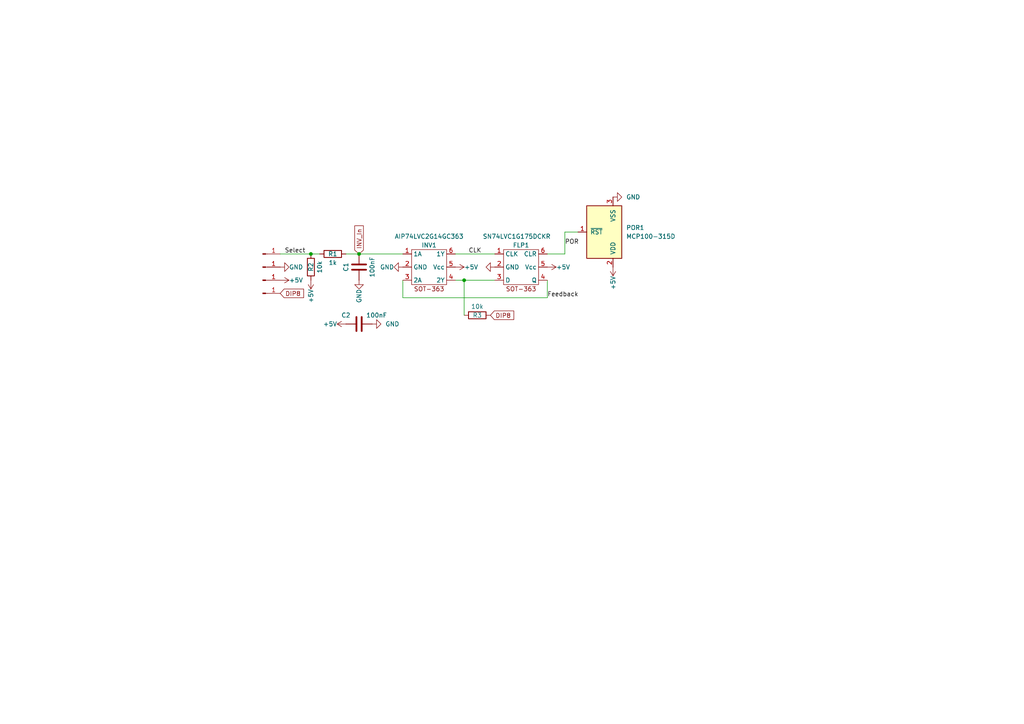
<source format=kicad_sch>
(kicad_sch (version 20211123) (generator eeschema)

  (uuid fee33280-0967-40da-85e9-faac888e2604)

  (paper "A4")

  (lib_symbols
    (symbol "Connector:Conn_01x01_Male" (pin_names (offset 1.016) hide) (in_bom yes) (on_board yes)
      (property "Reference" "J" (id 0) (at 0 2.54 0)
        (effects (font (size 1.27 1.27)))
      )
      (property "Value" "Conn_01x01_Male" (id 1) (at 0 -2.54 0)
        (effects (font (size 1.27 1.27)))
      )
      (property "Footprint" "" (id 2) (at 0 0 0)
        (effects (font (size 1.27 1.27)) hide)
      )
      (property "Datasheet" "~" (id 3) (at 0 0 0)
        (effects (font (size 1.27 1.27)) hide)
      )
      (property "ki_keywords" "connector" (id 4) (at 0 0 0)
        (effects (font (size 1.27 1.27)) hide)
      )
      (property "ki_description" "Generic connector, single row, 01x01, script generated (kicad-library-utils/schlib/autogen/connector/)" (id 5) (at 0 0 0)
        (effects (font (size 1.27 1.27)) hide)
      )
      (property "ki_fp_filters" "Connector*:*" (id 6) (at 0 0 0)
        (effects (font (size 1.27 1.27)) hide)
      )
      (symbol "Conn_01x01_Male_1_1"
        (polyline
          (pts
            (xy 1.27 0)
            (xy 0.8636 0)
          )
          (stroke (width 0.1524) (type default) (color 0 0 0 0))
          (fill (type none))
        )
        (rectangle (start 0.8636 0.127) (end 0 -0.127)
          (stroke (width 0.1524) (type default) (color 0 0 0 0))
          (fill (type outline))
        )
        (pin passive line (at 5.08 0 180) (length 3.81)
          (name "Pin_1" (effects (font (size 1.27 1.27))))
          (number "1" (effects (font (size 1.27 1.27))))
        )
      )
    )
    (symbol "Derf:AIP74LVC2G14GC363" (in_bom yes) (on_board yes)
      (property "Reference" "DUAL_INV" (id 0) (at 0 6.35 0)
        (effects (font (size 1.27 1.27)))
      )
      (property "Value" "AIP74LVC2G14GC363" (id 1) (at 0 8.89 0)
        (effects (font (size 1.27 1.27)))
      )
      (property "Footprint" "Package_TO_SOT_SMD:SOT-363_SC-70-6_Handsoldering" (id 2) (at 1.27 11.43 0)
        (effects (font (size 1.27 1.27)) hide)
      )
      (property "Datasheet" "" (id 3) (at -1.27 8.89 0)
        (effects (font (size 1.27 1.27)) hide)
      )
      (property "ki_description" "Dual Inverter" (id 4) (at 0 0 0)
        (effects (font (size 1.27 1.27)) hide)
      )
      (symbol "AIP74LVC2G14GC363_0_0"
        (rectangle (start -5.08 5.08) (end 5.08 -5.08)
          (stroke (width 0) (type default) (color 0 0 0 0))
          (fill (type none))
        )
        (text "SOT-363" (at 0 -6.35 0)
          (effects (font (size 1.27 1.27)))
        )
      )
      (symbol "AIP74LVC2G14GC363_1_1"
        (pin input line (at -7.62 3.81 0) (length 2.54)
          (name "1A" (effects (font (size 1.27 1.27))))
          (number "1" (effects (font (size 1.27 1.27))))
        )
        (pin passive line (at -7.62 0 0) (length 2.54)
          (name "GND" (effects (font (size 1.27 1.27))))
          (number "2" (effects (font (size 1.27 1.27))))
        )
        (pin input line (at -7.62 -3.81 0) (length 2.54)
          (name "2A" (effects (font (size 1.27 1.27))))
          (number "3" (effects (font (size 1.27 1.27))))
        )
        (pin output line (at 7.62 -3.81 180) (length 2.54)
          (name "2Y" (effects (font (size 1.27 1.27))))
          (number "4" (effects (font (size 1.27 1.27))))
        )
        (pin input line (at 7.62 0 180) (length 2.54)
          (name "Vcc" (effects (font (size 1.27 1.27))))
          (number "5" (effects (font (size 1.27 1.27))))
        )
        (pin output line (at 7.62 3.81 180) (length 2.54)
          (name "1Y" (effects (font (size 1.27 1.27))))
          (number "6" (effects (font (size 1.27 1.27))))
        )
      )
    )
    (symbol "Derf:SN74LVC1G175DCKR" (in_bom yes) (on_board yes)
      (property "Reference" "FLP" (id 0) (at 0 6.35 0)
        (effects (font (size 1.27 1.27)))
      )
      (property "Value" "SN74LVC1G175DCKR" (id 1) (at 0 8.89 0)
        (effects (font (size 1.27 1.27)))
      )
      (property "Footprint" "Package_TO_SOT_SMD:SOT-363_SC-70-6_Handsoldering" (id 2) (at -1.27 11.43 0)
        (effects (font (size 1.27 1.27)) hide)
      )
      (property "Datasheet" "" (id 3) (at 0 10.16 0)
        (effects (font (size 1.27 1.27)) hide)
      )
      (property "ki_description" "D Flip-Flop" (id 4) (at 0 0 0)
        (effects (font (size 1.27 1.27)) hide)
      )
      (symbol "SN74LVC1G175DCKR_0_0"
        (rectangle (start -5.08 5.08) (end 5.08 -5.08)
          (stroke (width 0) (type default) (color 0 0 0 0))
          (fill (type none))
        )
        (text "SOT-363" (at 0 -6.35 0)
          (effects (font (size 1.27 1.27)))
        )
      )
      (symbol "SN74LVC1G175DCKR_1_1"
        (pin input line (at -7.62 3.81 0) (length 2.54)
          (name "CLK" (effects (font (size 1.27 1.27))))
          (number "1" (effects (font (size 1.27 1.27))))
        )
        (pin passive line (at -7.62 0 0) (length 2.54)
          (name "GND" (effects (font (size 1.27 1.27))))
          (number "2" (effects (font (size 1.27 1.27))))
        )
        (pin input line (at -7.62 -3.81 0) (length 2.54)
          (name "D" (effects (font (size 1.27 1.27))))
          (number "3" (effects (font (size 1.27 1.27))))
        )
        (pin output line (at 7.62 -3.81 180) (length 2.54)
          (name "Q" (effects (font (size 1.27 1.27))))
          (number "4" (effects (font (size 1.27 1.27))))
        )
        (pin input line (at 7.62 0 180) (length 2.54)
          (name "Vcc" (effects (font (size 1.27 1.27))))
          (number "5" (effects (font (size 1.27 1.27))))
        )
        (pin input line (at 7.62 3.81 180) (length 2.54)
          (name "CLR" (effects (font (size 1.27 1.27))))
          (number "6" (effects (font (size 1.27 1.27))))
        )
      )
    )
    (symbol "Device:C" (pin_numbers hide) (pin_names (offset 0.254)) (in_bom yes) (on_board yes)
      (property "Reference" "C" (id 0) (at 0.635 2.54 0)
        (effects (font (size 1.27 1.27)) (justify left))
      )
      (property "Value" "C" (id 1) (at 0.635 -2.54 0)
        (effects (font (size 1.27 1.27)) (justify left))
      )
      (property "Footprint" "" (id 2) (at 0.9652 -3.81 0)
        (effects (font (size 1.27 1.27)) hide)
      )
      (property "Datasheet" "~" (id 3) (at 0 0 0)
        (effects (font (size 1.27 1.27)) hide)
      )
      (property "ki_keywords" "cap capacitor" (id 4) (at 0 0 0)
        (effects (font (size 1.27 1.27)) hide)
      )
      (property "ki_description" "Unpolarized capacitor" (id 5) (at 0 0 0)
        (effects (font (size 1.27 1.27)) hide)
      )
      (property "ki_fp_filters" "C_*" (id 6) (at 0 0 0)
        (effects (font (size 1.27 1.27)) hide)
      )
      (symbol "C_0_1"
        (polyline
          (pts
            (xy -2.032 -0.762)
            (xy 2.032 -0.762)
          )
          (stroke (width 0.508) (type default) (color 0 0 0 0))
          (fill (type none))
        )
        (polyline
          (pts
            (xy -2.032 0.762)
            (xy 2.032 0.762)
          )
          (stroke (width 0.508) (type default) (color 0 0 0 0))
          (fill (type none))
        )
      )
      (symbol "C_1_1"
        (pin passive line (at 0 3.81 270) (length 2.794)
          (name "~" (effects (font (size 1.27 1.27))))
          (number "1" (effects (font (size 1.27 1.27))))
        )
        (pin passive line (at 0 -3.81 90) (length 2.794)
          (name "~" (effects (font (size 1.27 1.27))))
          (number "2" (effects (font (size 1.27 1.27))))
        )
      )
    )
    (symbol "Device:R" (pin_numbers hide) (pin_names (offset 0)) (in_bom yes) (on_board yes)
      (property "Reference" "R" (id 0) (at 2.032 0 90)
        (effects (font (size 1.27 1.27)))
      )
      (property "Value" "R" (id 1) (at 0 0 90)
        (effects (font (size 1.27 1.27)))
      )
      (property "Footprint" "" (id 2) (at -1.778 0 90)
        (effects (font (size 1.27 1.27)) hide)
      )
      (property "Datasheet" "~" (id 3) (at 0 0 0)
        (effects (font (size 1.27 1.27)) hide)
      )
      (property "ki_keywords" "R res resistor" (id 4) (at 0 0 0)
        (effects (font (size 1.27 1.27)) hide)
      )
      (property "ki_description" "Resistor" (id 5) (at 0 0 0)
        (effects (font (size 1.27 1.27)) hide)
      )
      (property "ki_fp_filters" "R_*" (id 6) (at 0 0 0)
        (effects (font (size 1.27 1.27)) hide)
      )
      (symbol "R_0_1"
        (rectangle (start -1.016 -2.54) (end 1.016 2.54)
          (stroke (width 0.254) (type default) (color 0 0 0 0))
          (fill (type none))
        )
      )
      (symbol "R_1_1"
        (pin passive line (at 0 3.81 270) (length 1.27)
          (name "~" (effects (font (size 1.27 1.27))))
          (number "1" (effects (font (size 1.27 1.27))))
        )
        (pin passive line (at 0 -3.81 90) (length 1.27)
          (name "~" (effects (font (size 1.27 1.27))))
          (number "2" (effects (font (size 1.27 1.27))))
        )
      )
    )
    (symbol "Power_Supervisor:MCP100-315D" (pin_names (offset 1.016)) (in_bom yes) (on_board yes)
      (property "Reference" "U" (id 0) (at 0 8.89 0)
        (effects (font (size 1.27 1.27)) (justify left))
      )
      (property "Value" "MCP100-315D" (id 1) (at -1.27 -8.89 0)
        (effects (font (size 1.27 1.27)) (justify left))
      )
      (property "Footprint" "" (id 2) (at -10.16 3.81 0)
        (effects (font (size 1.27 1.27)) hide)
      )
      (property "Datasheet" "http://ww1.microchip.com/downloads/en/DeviceDoc/11187f.pdf" (id 3) (at -7.62 6.35 0)
        (effects (font (size 1.27 1.27)) hide)
      )
      (property "ki_keywords" "supervisor reset push-pull" (id 4) (at 0 0 0)
        (effects (font (size 1.27 1.27)) hide)
      )
      (property "ki_description" "Microcontroller reset monitor, 3.15V threshold, active low output" (id 5) (at 0 0 0)
        (effects (font (size 1.27 1.27)) hide)
      )
      (property "ki_fp_filters" "SOT?23* TO?92*" (id 6) (at 0 0 0)
        (effects (font (size 1.27 1.27)) hide)
      )
      (symbol "MCP100-315D_1_1"
        (rectangle (start -5.08 7.62) (end 5.08 -7.62)
          (stroke (width 0.254) (type default) (color 0 0 0 0))
          (fill (type background))
        )
        (pin output line (at 7.62 0 180) (length 2.54)
          (name "~{RST}" (effects (font (size 1.27 1.27))))
          (number "1" (effects (font (size 1.27 1.27))))
        )
        (pin power_in line (at -2.54 10.16 270) (length 2.54)
          (name "VDD" (effects (font (size 1.27 1.27))))
          (number "2" (effects (font (size 1.27 1.27))))
        )
        (pin power_in line (at -2.54 -10.16 90) (length 2.54)
          (name "VSS" (effects (font (size 1.27 1.27))))
          (number "3" (effects (font (size 1.27 1.27))))
        )
      )
    )
    (symbol "power:+5V" (power) (pin_names (offset 0)) (in_bom yes) (on_board yes)
      (property "Reference" "#PWR" (id 0) (at 0 -3.81 0)
        (effects (font (size 1.27 1.27)) hide)
      )
      (property "Value" "+5V" (id 1) (at 0 3.556 0)
        (effects (font (size 1.27 1.27)))
      )
      (property "Footprint" "" (id 2) (at 0 0 0)
        (effects (font (size 1.27 1.27)) hide)
      )
      (property "Datasheet" "" (id 3) (at 0 0 0)
        (effects (font (size 1.27 1.27)) hide)
      )
      (property "ki_keywords" "global power" (id 4) (at 0 0 0)
        (effects (font (size 1.27 1.27)) hide)
      )
      (property "ki_description" "Power symbol creates a global label with name \"+5V\"" (id 5) (at 0 0 0)
        (effects (font (size 1.27 1.27)) hide)
      )
      (symbol "+5V_0_1"
        (polyline
          (pts
            (xy -0.762 1.27)
            (xy 0 2.54)
          )
          (stroke (width 0) (type default) (color 0 0 0 0))
          (fill (type none))
        )
        (polyline
          (pts
            (xy 0 0)
            (xy 0 2.54)
          )
          (stroke (width 0) (type default) (color 0 0 0 0))
          (fill (type none))
        )
        (polyline
          (pts
            (xy 0 2.54)
            (xy 0.762 1.27)
          )
          (stroke (width 0) (type default) (color 0 0 0 0))
          (fill (type none))
        )
      )
      (symbol "+5V_1_1"
        (pin power_in line (at 0 0 90) (length 0) hide
          (name "+5V" (effects (font (size 1.27 1.27))))
          (number "1" (effects (font (size 1.27 1.27))))
        )
      )
    )
    (symbol "power:GND" (power) (pin_names (offset 0)) (in_bom yes) (on_board yes)
      (property "Reference" "#PWR" (id 0) (at 0 -6.35 0)
        (effects (font (size 1.27 1.27)) hide)
      )
      (property "Value" "GND" (id 1) (at 0 -3.81 0)
        (effects (font (size 1.27 1.27)))
      )
      (property "Footprint" "" (id 2) (at 0 0 0)
        (effects (font (size 1.27 1.27)) hide)
      )
      (property "Datasheet" "" (id 3) (at 0 0 0)
        (effects (font (size 1.27 1.27)) hide)
      )
      (property "ki_keywords" "global power" (id 4) (at 0 0 0)
        (effects (font (size 1.27 1.27)) hide)
      )
      (property "ki_description" "Power symbol creates a global label with name \"GND\" , ground" (id 5) (at 0 0 0)
        (effects (font (size 1.27 1.27)) hide)
      )
      (symbol "GND_0_1"
        (polyline
          (pts
            (xy 0 0)
            (xy 0 -1.27)
            (xy 1.27 -1.27)
            (xy 0 -2.54)
            (xy -1.27 -1.27)
            (xy 0 -1.27)
          )
          (stroke (width 0) (type default) (color 0 0 0 0))
          (fill (type none))
        )
      )
      (symbol "GND_1_1"
        (pin power_in line (at 0 0 270) (length 0) hide
          (name "GND" (effects (font (size 1.27 1.27))))
          (number "1" (effects (font (size 1.27 1.27))))
        )
      )
    )
  )


  (junction (at 90.17 73.66) (diameter 0) (color 0 0 0 0)
    (uuid 39fbac9a-e8f8-47a0-9f6d-f0d4e0178c37)
  )
  (junction (at 134.62 81.28) (diameter 0) (color 0 0 0 0)
    (uuid 5852a5c6-6c0d-426a-8f8e-209e0e590e3e)
  )
  (junction (at 104.14 73.66) (diameter 0) (color 0 0 0 0)
    (uuid ee508edc-b450-45fb-a401-d2d7a192d4e2)
  )

  (wire (pts (xy 158.75 81.28) (xy 158.75 86.36))
    (stroke (width 0) (type default) (color 0 0 0 0))
    (uuid 0ce5aaed-baf7-4ac3-a678-1ecec18adcb3)
  )
  (wire (pts (xy 158.75 86.36) (xy 116.84 86.36))
    (stroke (width 0) (type default) (color 0 0 0 0))
    (uuid 0f874638-aa1c-439a-8164-968d152f16c8)
  )
  (wire (pts (xy 104.14 73.66) (xy 116.84 73.66))
    (stroke (width 0) (type default) (color 0 0 0 0))
    (uuid 2adab1c5-0c18-4457-b020-fc774a1707a8)
  )
  (wire (pts (xy 163.83 67.31) (xy 167.64 67.31))
    (stroke (width 0) (type default) (color 0 0 0 0))
    (uuid 4700d436-7001-4afb-aed6-0760fb2b65f6)
  )
  (wire (pts (xy 132.08 81.28) (xy 134.62 81.28))
    (stroke (width 0) (type default) (color 0 0 0 0))
    (uuid 47489def-7318-4b52-82be-1b584a178cb3)
  )
  (wire (pts (xy 116.84 86.36) (xy 116.84 81.28))
    (stroke (width 0) (type default) (color 0 0 0 0))
    (uuid 4f1c96c3-fd4f-48d5-a426-a3fd50faa692)
  )
  (wire (pts (xy 158.75 73.66) (xy 163.83 73.66))
    (stroke (width 0) (type default) (color 0 0 0 0))
    (uuid 9232b1cd-dd25-43f8-a5f9-88453e78a00e)
  )
  (wire (pts (xy 134.62 81.28) (xy 134.62 91.44))
    (stroke (width 0) (type default) (color 0 0 0 0))
    (uuid 99478af5-eb5f-49c1-8a85-25d032015f10)
  )
  (wire (pts (xy 132.08 73.66) (xy 143.51 73.66))
    (stroke (width 0) (type default) (color 0 0 0 0))
    (uuid 997d1e41-1094-4433-a85b-2a93eb9e7690)
  )
  (wire (pts (xy 134.62 81.28) (xy 143.51 81.28))
    (stroke (width 0) (type default) (color 0 0 0 0))
    (uuid 9db4b37e-b919-4873-8c13-7fb975390cd4)
  )
  (wire (pts (xy 90.17 73.66) (xy 92.71 73.66))
    (stroke (width 0) (type default) (color 0 0 0 0))
    (uuid a284de4e-7826-4d70-8b99-0154660ed7c6)
  )
  (wire (pts (xy 100.33 73.66) (xy 104.14 73.66))
    (stroke (width 0) (type default) (color 0 0 0 0))
    (uuid afad5bd5-f9a8-42af-ad3c-bbdc6e76eac2)
  )
  (wire (pts (xy 163.83 67.31) (xy 163.83 73.66))
    (stroke (width 0) (type default) (color 0 0 0 0))
    (uuid d2533ad6-9d38-440f-80f2-3fa52ebbcc5f)
  )
  (wire (pts (xy 81.28 73.66) (xy 90.17 73.66))
    (stroke (width 0) (type default) (color 0 0 0 0))
    (uuid e426fdf3-5cc7-4328-9f8f-33e7e77f63b8)
  )

  (label "POR" (at 163.83 71.12 0)
    (effects (font (size 1.27 1.27)) (justify left bottom))
    (uuid 75047b1b-9628-45d2-ba16-2242b2c0ac04)
  )
  (label "Select" (at 82.55 73.66 0)
    (effects (font (size 1.27 1.27)) (justify left bottom))
    (uuid b9e71b05-0554-436c-a721-1161eeee2ee5)
  )
  (label "CLK" (at 135.89 73.66 0)
    (effects (font (size 1.27 1.27)) (justify left bottom))
    (uuid c667ee07-f81a-40dd-a395-20ecc773444d)
  )
  (label "Feedback" (at 158.75 86.36 0)
    (effects (font (size 1.27 1.27)) (justify left bottom))
    (uuid ee665565-c581-4fb5-9055-ff71fe72c659)
  )

  (global_label "DIP8" (shape input) (at 81.28 85.09 0) (fields_autoplaced)
    (effects (font (size 1.27 1.27)) (justify left))
    (uuid 884914fa-65e3-4c3c-8bcc-82db39829c6e)
    (property "Intersheet References" "${INTERSHEET_REFS}" (id 0) (at 88.0474 85.0106 0)
      (effects (font (size 1.27 1.27)) (justify left) hide)
    )
  )
  (global_label "INV_In" (shape input) (at 104.14 73.66 90) (fields_autoplaced)
    (effects (font (size 1.27 1.27)) (justify left))
    (uuid 88d0c005-fd6b-492c-99cb-4f404f20898b)
    (property "Intersheet References" "${INTERSHEET_REFS}" (id 0) (at 104.0606 65.5017 90)
      (effects (font (size 1.27 1.27)) (justify left) hide)
    )
  )
  (global_label "DIP8" (shape input) (at 142.24 91.44 0) (fields_autoplaced)
    (effects (font (size 1.27 1.27)) (justify left))
    (uuid cd57bf09-322a-4ae8-8707-374a690efa80)
    (property "Intersheet References" "${INTERSHEET_REFS}" (id 0) (at 149.0074 91.3606 0)
      (effects (font (size 1.27 1.27)) (justify left) hide)
    )
  )

  (symbol (lib_id "power:+5V") (at 100.33 93.98 90) (unit 1)
    (in_bom yes) (on_board yes)
    (uuid 0cfd8480-79fe-42e8-8b77-458a180ff625)
    (property "Reference" "#PWR0114" (id 0) (at 104.14 93.98 0)
      (effects (font (size 1.27 1.27)) hide)
    )
    (property "Value" "+5V" (id 1) (at 97.79 93.98 90)
      (effects (font (size 1.27 1.27)) (justify left))
    )
    (property "Footprint" "" (id 2) (at 100.33 93.98 0)
      (effects (font (size 1.27 1.27)) hide)
    )
    (property "Datasheet" "" (id 3) (at 100.33 93.98 0)
      (effects (font (size 1.27 1.27)) hide)
    )
    (pin "1" (uuid 59bdeb2d-86f9-425c-be0e-4d3680147fad))
  )

  (symbol (lib_id "Derf:AIP74LVC2G14GC363") (at 124.46 77.47 0) (unit 1)
    (in_bom yes) (on_board yes)
    (uuid 19107fbd-e85c-42e2-8386-4b92dc5e3398)
    (property "Reference" "INV1" (id 0) (at 124.46 71.12 0))
    (property "Value" "AIP74LVC2G14GC363" (id 1) (at 124.46 68.58 0))
    (property "Footprint" "Package_TO_SOT_SMD:SOT-363_SC-70-6_Handsoldering" (id 2) (at 124.46 73.66 0)
      (effects (font (size 1.27 1.27)) hide)
    )
    (property "Datasheet" "" (id 3) (at 124.46 77.47 0)
      (effects (font (size 1.27 1.27)) hide)
    )
    (pin "1" (uuid d1a1c6b1-dc7f-43dc-a26c-35cefab81815))
    (pin "2" (uuid 24ee9adb-756d-47e1-a8b1-7ec674b2c441))
    (pin "3" (uuid 5a0316a4-f081-47a8-b9b6-16fa12fd79ad))
    (pin "4" (uuid 4dc7bca4-be20-4ffb-b56c-0c8157e0ae1e))
    (pin "5" (uuid 901b2b1a-bd5c-4029-b419-4a11c12dd1db))
    (pin "6" (uuid 9297f199-52a6-4290-90f9-689eb8577346))
  )

  (symbol (lib_id "Device:R") (at 90.17 77.47 180) (unit 1)
    (in_bom yes) (on_board yes)
    (uuid 232e5e62-2711-4d61-9e04-320a298250b9)
    (property "Reference" "R2" (id 0) (at 90.17 77.47 90))
    (property "Value" "10k" (id 1) (at 92.71 77.47 90))
    (property "Footprint" "Resistor_SMD:R_0603_1608Metric_Pad0.98x0.95mm_HandSolder" (id 2) (at 91.948 77.47 90)
      (effects (font (size 1.27 1.27)) hide)
    )
    (property "Datasheet" "~" (id 3) (at 90.17 77.47 0)
      (effects (font (size 1.27 1.27)) hide)
    )
    (pin "1" (uuid 427ee224-1b4a-41b1-b140-a61170bcf711))
    (pin "2" (uuid db9e77b3-676a-4b61-8f70-68695824174a))
  )

  (symbol (lib_id "power:GND") (at 116.84 77.47 270) (unit 1)
    (in_bom yes) (on_board yes)
    (uuid 2c55226c-b514-4337-b99a-3aa507e8d9b7)
    (property "Reference" "#PWR0101" (id 0) (at 110.49 77.47 0)
      (effects (font (size 1.27 1.27)) hide)
    )
    (property "Value" "GND" (id 1) (at 114.3 77.47 90)
      (effects (font (size 1.27 1.27)) (justify right))
    )
    (property "Footprint" "" (id 2) (at 116.84 77.47 0)
      (effects (font (size 1.27 1.27)) hide)
    )
    (property "Datasheet" "" (id 3) (at 116.84 77.47 0)
      (effects (font (size 1.27 1.27)) hide)
    )
    (pin "1" (uuid a9991e89-2ab0-40f0-86da-123a151c0d0a))
  )

  (symbol (lib_id "power:GND") (at 104.14 81.28 0) (unit 1)
    (in_bom yes) (on_board yes)
    (uuid 35c0ca92-5c28-41bd-a6e4-cf142462fff0)
    (property "Reference" "#PWR0110" (id 0) (at 104.14 87.63 0)
      (effects (font (size 1.27 1.27)) hide)
    )
    (property "Value" "GND" (id 1) (at 104.14 83.82 90)
      (effects (font (size 1.27 1.27)) (justify right))
    )
    (property "Footprint" "" (id 2) (at 104.14 81.28 0)
      (effects (font (size 1.27 1.27)) hide)
    )
    (property "Datasheet" "" (id 3) (at 104.14 81.28 0)
      (effects (font (size 1.27 1.27)) hide)
    )
    (pin "1" (uuid af26b39e-53b4-4ab6-85ba-3701032d43b4))
  )

  (symbol (lib_id "power:GND") (at 81.28 77.47 90) (unit 1)
    (in_bom yes) (on_board yes)
    (uuid 4b711b7f-eb74-4b74-ae20-deaaf6034bc7)
    (property "Reference" "#PWR0107" (id 0) (at 87.63 77.47 0)
      (effects (font (size 1.27 1.27)) hide)
    )
    (property "Value" "GND" (id 1) (at 83.82 77.47 90)
      (effects (font (size 1.27 1.27)) (justify right))
    )
    (property "Footprint" "" (id 2) (at 81.28 77.47 0)
      (effects (font (size 1.27 1.27)) hide)
    )
    (property "Datasheet" "" (id 3) (at 81.28 77.47 0)
      (effects (font (size 1.27 1.27)) hide)
    )
    (pin "1" (uuid d40cc9e2-1989-4663-b921-27bd48a77ec5))
  )

  (symbol (lib_id "Power_Supervisor:MCP100-315D") (at 175.26 67.31 180) (unit 1)
    (in_bom yes) (on_board yes) (fields_autoplaced)
    (uuid 4c0bbc55-a341-4fb1-8e25-065b63f2dec5)
    (property "Reference" "POR1" (id 0) (at 181.61 66.0399 0)
      (effects (font (size 1.27 1.27)) (justify right))
    )
    (property "Value" "MCP100-315D" (id 1) (at 181.61 68.5799 0)
      (effects (font (size 1.27 1.27)) (justify right))
    )
    (property "Footprint" "Package_TO_SOT_SMD:SOT-23_Handsoldering" (id 2) (at 185.42 71.12 0)
      (effects (font (size 1.27 1.27)) hide)
    )
    (property "Datasheet" "http://ww1.microchip.com/downloads/en/DeviceDoc/11187f.pdf" (id 3) (at 182.88 73.66 0)
      (effects (font (size 1.27 1.27)) hide)
    )
    (pin "1" (uuid 66d9923f-4a68-4a70-8328-bf5eba52bdfe))
    (pin "2" (uuid 5ce8b902-6ecb-432f-9018-805e8376f99b))
    (pin "3" (uuid 9ee6a2b5-d0b1-486d-a2ee-19b524b21240))
  )

  (symbol (lib_id "power:GND") (at 107.95 93.98 90) (unit 1)
    (in_bom yes) (on_board yes) (fields_autoplaced)
    (uuid 51b81e21-71cc-46fb-822a-eeb78f106ebe)
    (property "Reference" "#PWR0112" (id 0) (at 114.3 93.98 0)
      (effects (font (size 1.27 1.27)) hide)
    )
    (property "Value" "GND" (id 1) (at 111.76 93.9799 90)
      (effects (font (size 1.27 1.27)) (justify right))
    )
    (property "Footprint" "" (id 2) (at 107.95 93.98 0)
      (effects (font (size 1.27 1.27)) hide)
    )
    (property "Datasheet" "" (id 3) (at 107.95 93.98 0)
      (effects (font (size 1.27 1.27)) hide)
    )
    (pin "1" (uuid 6aa1f1e8-2119-4cf3-8a0c-0331f2a720ea))
  )

  (symbol (lib_id "Connector:Conn_01x01_Male") (at 76.2 85.09 0) (unit 1)
    (in_bom yes) (on_board yes) (fields_autoplaced)
    (uuid 5988296d-1d11-4684-b58c-2df977a8ddaf)
    (property "Reference" "J4" (id 0) (at 76.835 80.01 0)
      (effects (font (size 1.27 1.27)) hide)
    )
    (property "Value" "Conn_01x01_Male" (id 1) (at 76.835 82.55 0)
      (effects (font (size 1.27 1.27)) hide)
    )
    (property "Footprint" "TestPoint:TestPoint_THTPad_D2.5mm_Drill1.2mm" (id 2) (at 76.2 85.09 0)
      (effects (font (size 1.27 1.27)) hide)
    )
    (property "Datasheet" "~" (id 3) (at 76.2 85.09 0)
      (effects (font (size 1.27 1.27)) hide)
    )
    (pin "1" (uuid f806d9b5-f92b-498f-aa20-f6f476d6b637))
  )

  (symbol (lib_id "Device:R") (at 138.43 91.44 270) (unit 1)
    (in_bom yes) (on_board yes)
    (uuid 6c5fe62b-2a83-4a65-b6bc-95eae718d02c)
    (property "Reference" "R3" (id 0) (at 138.43 91.44 90))
    (property "Value" "10k" (id 1) (at 138.43 88.9 90))
    (property "Footprint" "Resistor_SMD:R_0603_1608Metric_Pad0.98x0.95mm_HandSolder" (id 2) (at 138.43 89.662 90)
      (effects (font (size 1.27 1.27)) hide)
    )
    (property "Datasheet" "~" (id 3) (at 138.43 91.44 0)
      (effects (font (size 1.27 1.27)) hide)
    )
    (pin "1" (uuid 192954f5-f3ca-4362-92ba-7088106a4ce2))
    (pin "2" (uuid 4f739211-2119-4fee-bfee-62b0da6d3312))
  )

  (symbol (lib_id "power:+5V") (at 177.8 77.47 180) (unit 1)
    (in_bom yes) (on_board yes)
    (uuid 78ca7487-d291-4d2a-af90-76a9644f38a8)
    (property "Reference" "#PWR0106" (id 0) (at 177.8 73.66 0)
      (effects (font (size 1.27 1.27)) hide)
    )
    (property "Value" "+5V" (id 1) (at 177.8 80.01 90)
      (effects (font (size 1.27 1.27)) (justify left))
    )
    (property "Footprint" "" (id 2) (at 177.8 77.47 0)
      (effects (font (size 1.27 1.27)) hide)
    )
    (property "Datasheet" "" (id 3) (at 177.8 77.47 0)
      (effects (font (size 1.27 1.27)) hide)
    )
    (pin "1" (uuid 1024633d-02e9-46c7-8ad9-a2d7e1851dd4))
  )

  (symbol (lib_id "Device:C") (at 104.14 93.98 90) (unit 1)
    (in_bom yes) (on_board yes)
    (uuid 7baf9ce9-d47b-49d6-9176-8b6929776299)
    (property "Reference" "C2" (id 0) (at 100.33 91.44 90))
    (property "Value" "100nF" (id 1) (at 109.22 91.44 90))
    (property "Footprint" "Capacitor_SMD:C_0603_1608Metric_Pad1.08x0.95mm_HandSolder" (id 2) (at 107.95 93.0148 0)
      (effects (font (size 1.27 1.27)) hide)
    )
    (property "Datasheet" "~" (id 3) (at 104.14 93.98 0)
      (effects (font (size 1.27 1.27)) hide)
    )
    (pin "1" (uuid e21d4855-8b81-460f-8ee8-63fd5ab623b6))
    (pin "2" (uuid ffe9a47e-4604-4412-adba-7dea06d8b380))
  )

  (symbol (lib_id "power:GND") (at 177.8 57.15 90) (unit 1)
    (in_bom yes) (on_board yes) (fields_autoplaced)
    (uuid 810aef61-21cf-431d-bcaa-4a68bd9ad818)
    (property "Reference" "#PWR0105" (id 0) (at 184.15 57.15 0)
      (effects (font (size 1.27 1.27)) hide)
    )
    (property "Value" "GND" (id 1) (at 181.61 57.1499 90)
      (effects (font (size 1.27 1.27)) (justify right))
    )
    (property "Footprint" "" (id 2) (at 177.8 57.15 0)
      (effects (font (size 1.27 1.27)) hide)
    )
    (property "Datasheet" "" (id 3) (at 177.8 57.15 0)
      (effects (font (size 1.27 1.27)) hide)
    )
    (pin "1" (uuid 645e969b-78f9-483f-8abf-93913df26924))
  )

  (symbol (lib_id "Device:C") (at 104.14 77.47 180) (unit 1)
    (in_bom yes) (on_board yes)
    (uuid a27ff65c-a173-4585-a12a-595a826ff6a9)
    (property "Reference" "C1" (id 0) (at 100.33 77.47 90))
    (property "Value" "100nF" (id 1) (at 107.95 77.47 90))
    (property "Footprint" "Capacitor_SMD:C_0603_1608Metric_Pad1.08x0.95mm_HandSolder" (id 2) (at 103.1748 73.66 0)
      (effects (font (size 1.27 1.27)) hide)
    )
    (property "Datasheet" "~" (id 3) (at 104.14 77.47 0)
      (effects (font (size 1.27 1.27)) hide)
    )
    (pin "1" (uuid 19b6a00b-f2c0-4978-8e4a-2e3dec69c08d))
    (pin "2" (uuid 47d804d5-de7c-4381-a8a3-ad113f9b8290))
  )

  (symbol (lib_id "power:+5V") (at 132.08 77.47 270) (unit 1)
    (in_bom yes) (on_board yes)
    (uuid a496f995-3e1b-46d4-9fb0-5c383190f48d)
    (property "Reference" "#PWR0104" (id 0) (at 128.27 77.47 0)
      (effects (font (size 1.27 1.27)) hide)
    )
    (property "Value" "+5V" (id 1) (at 134.62 77.47 90)
      (effects (font (size 1.27 1.27)) (justify left))
    )
    (property "Footprint" "" (id 2) (at 132.08 77.47 0)
      (effects (font (size 1.27 1.27)) hide)
    )
    (property "Datasheet" "" (id 3) (at 132.08 77.47 0)
      (effects (font (size 1.27 1.27)) hide)
    )
    (pin "1" (uuid ca064e6d-f50d-4bad-b997-0e9331359102))
  )

  (symbol (lib_id "power:+5V") (at 81.28 81.28 270) (unit 1)
    (in_bom yes) (on_board yes)
    (uuid a799b0b2-4a50-49f4-9fc5-a6255cfe54ad)
    (property "Reference" "#PWR0108" (id 0) (at 77.47 81.28 0)
      (effects (font (size 1.27 1.27)) hide)
    )
    (property "Value" "+5V" (id 1) (at 83.82 81.28 90)
      (effects (font (size 1.27 1.27)) (justify left))
    )
    (property "Footprint" "" (id 2) (at 81.28 81.28 0)
      (effects (font (size 1.27 1.27)) hide)
    )
    (property "Datasheet" "" (id 3) (at 81.28 81.28 0)
      (effects (font (size 1.27 1.27)) hide)
    )
    (pin "1" (uuid 3b134849-5882-49fe-8e2d-336e9fde6008))
  )

  (symbol (lib_id "Connector:Conn_01x01_Male") (at 76.2 73.66 0) (unit 1)
    (in_bom yes) (on_board yes) (fields_autoplaced)
    (uuid ae00a87d-63d6-41ea-9ae0-74ebd6add359)
    (property "Reference" "J1" (id 0) (at 76.835 68.58 0)
      (effects (font (size 1.27 1.27)) hide)
    )
    (property "Value" "Conn_01x01_Male" (id 1) (at 76.835 71.12 0)
      (effects (font (size 1.27 1.27)) hide)
    )
    (property "Footprint" "TestPoint:TestPoint_Pad_2.0x2.0mm" (id 2) (at 76.2 73.66 0)
      (effects (font (size 1.27 1.27)) hide)
    )
    (property "Datasheet" "~" (id 3) (at 76.2 73.66 0)
      (effects (font (size 1.27 1.27)) hide)
    )
    (pin "1" (uuid ce14ca4e-79d3-44a8-b4f5-57db287b1ce5))
  )

  (symbol (lib_id "power:+5V") (at 158.75 77.47 270) (unit 1)
    (in_bom yes) (on_board yes)
    (uuid b40e1a31-8116-44fc-86dd-e619dfaa2567)
    (property "Reference" "#PWR0102" (id 0) (at 154.94 77.47 0)
      (effects (font (size 1.27 1.27)) hide)
    )
    (property "Value" "+5V" (id 1) (at 161.29 77.47 90)
      (effects (font (size 1.27 1.27)) (justify left))
    )
    (property "Footprint" "" (id 2) (at 158.75 77.47 0)
      (effects (font (size 1.27 1.27)) hide)
    )
    (property "Datasheet" "" (id 3) (at 158.75 77.47 0)
      (effects (font (size 1.27 1.27)) hide)
    )
    (pin "1" (uuid 7bdd8bb6-77e1-412e-bbda-38200efff530))
  )

  (symbol (lib_id "power:+5V") (at 90.17 81.28 180) (unit 1)
    (in_bom yes) (on_board yes)
    (uuid cfdf26c5-7dc8-46d7-a7a5-e1ca08ef1aca)
    (property "Reference" "#PWR0109" (id 0) (at 90.17 77.47 0)
      (effects (font (size 1.27 1.27)) hide)
    )
    (property "Value" "+5V" (id 1) (at 90.17 83.82 90)
      (effects (font (size 1.27 1.27)) (justify left))
    )
    (property "Footprint" "" (id 2) (at 90.17 81.28 0)
      (effects (font (size 1.27 1.27)) hide)
    )
    (property "Datasheet" "" (id 3) (at 90.17 81.28 0)
      (effects (font (size 1.27 1.27)) hide)
    )
    (pin "1" (uuid e3c75c2a-6638-4256-8ffc-cbbc0651d564))
  )

  (symbol (lib_id "power:GND") (at 143.51 77.47 270) (unit 1)
    (in_bom yes) (on_board yes)
    (uuid d8426f5a-4aed-4aa2-9bd1-a3c454969c7e)
    (property "Reference" "#PWR0103" (id 0) (at 137.16 77.47 0)
      (effects (font (size 1.27 1.27)) hide)
    )
    (property "Value" "GND" (id 1) (at 139.7 76.2 90)
      (effects (font (size 1.27 1.27)) (justify right) hide)
    )
    (property "Footprint" "" (id 2) (at 143.51 77.47 0)
      (effects (font (size 1.27 1.27)) hide)
    )
    (property "Datasheet" "" (id 3) (at 143.51 77.47 0)
      (effects (font (size 1.27 1.27)) hide)
    )
    (pin "1" (uuid 7ce3b710-46f5-4fd0-9c09-561d1217fb73))
  )

  (symbol (lib_id "Connector:Conn_01x01_Male") (at 76.2 81.28 0) (unit 1)
    (in_bom yes) (on_board yes) (fields_autoplaced)
    (uuid e53577ea-7c05-41ac-b971-7216b0faca05)
    (property "Reference" "J3" (id 0) (at 76.835 76.2 0)
      (effects (font (size 1.27 1.27)) hide)
    )
    (property "Value" "Conn_01x01_Male" (id 1) (at 76.835 78.74 0)
      (effects (font (size 1.27 1.27)) hide)
    )
    (property "Footprint" "TestPoint:TestPoint_Pad_2.0x2.0mm" (id 2) (at 76.2 81.28 0)
      (effects (font (size 1.27 1.27)) hide)
    )
    (property "Datasheet" "~" (id 3) (at 76.2 81.28 0)
      (effects (font (size 1.27 1.27)) hide)
    )
    (pin "1" (uuid 2977d475-1273-41e1-8e4b-e4c9e429f86c))
  )

  (symbol (lib_id "Device:R") (at 96.52 73.66 90) (unit 1)
    (in_bom yes) (on_board yes)
    (uuid ec5c25f0-3fe8-427a-aa7d-58556619d526)
    (property "Reference" "R1" (id 0) (at 96.52 73.66 90))
    (property "Value" "1k" (id 1) (at 96.52 76.2 90))
    (property "Footprint" "Resistor_SMD:R_0603_1608Metric_Pad0.98x0.95mm_HandSolder" (id 2) (at 96.52 75.438 90)
      (effects (font (size 1.27 1.27)) hide)
    )
    (property "Datasheet" "~" (id 3) (at 96.52 73.66 0)
      (effects (font (size 1.27 1.27)) hide)
    )
    (pin "1" (uuid ffb3d99f-c2c8-410e-9321-7e144316b27a))
    (pin "2" (uuid e436d6ac-fed1-4f44-99f0-e8bc7eb97c7c))
  )

  (symbol (lib_id "Connector:Conn_01x01_Male") (at 76.2 77.47 0) (unit 1)
    (in_bom yes) (on_board yes) (fields_autoplaced)
    (uuid f0aca8d1-f3a9-43d7-991f-66e248141f96)
    (property "Reference" "J2" (id 0) (at 76.835 72.39 0)
      (effects (font (size 1.27 1.27)) hide)
    )
    (property "Value" "Conn_01x01_Male" (id 1) (at 76.835 74.93 0)
      (effects (font (size 1.27 1.27)) hide)
    )
    (property "Footprint" "TestPoint:TestPoint_THTPad_D2.5mm_Drill1.2mm" (id 2) (at 76.2 77.47 0)
      (effects (font (size 1.27 1.27)) hide)
    )
    (property "Datasheet" "~" (id 3) (at 76.2 77.47 0)
      (effects (font (size 1.27 1.27)) hide)
    )
    (pin "1" (uuid 64e7b4b3-5da5-4b19-899e-cede967375cc))
  )

  (symbol (lib_id "Derf:SN74LVC1G175DCKR") (at 151.13 77.47 0) (unit 1)
    (in_bom yes) (on_board yes)
    (uuid f2de39ad-3a34-4e0d-8c37-6f00e6f07643)
    (property "Reference" "FLP1" (id 0) (at 151.13 71.12 0))
    (property "Value" "SN74LVC1G175DCKR" (id 1) (at 149.86 68.58 0))
    (property "Footprint" "Package_TO_SOT_SMD:SOT-363_SC-70-6_Handsoldering" (id 2) (at 151.13 73.66 0)
      (effects (font (size 1.27 1.27)) hide)
    )
    (property "Datasheet" "" (id 3) (at 151.13 77.47 0)
      (effects (font (size 1.27 1.27)) hide)
    )
    (pin "1" (uuid f8887750-247c-4d64-82ff-9628a7bf2e94))
    (pin "2" (uuid 3722a3ae-d73f-4e25-9414-d2c334aee82e))
    (pin "3" (uuid 4e902b60-e34e-48f2-a05d-592343c9c193))
    (pin "4" (uuid 009e0b21-31fe-4012-98c7-26d858cc0b11))
    (pin "5" (uuid dbdb86f4-a602-4d27-ae0d-1274e288b78c))
    (pin "6" (uuid 60f520df-d1db-44c9-a7be-7d6c92864780))
  )

  (sheet_instances
    (path "/" (page "1"))
  )

  (symbol_instances
    (path "/2c55226c-b514-4337-b99a-3aa507e8d9b7"
      (reference "#PWR0101") (unit 1) (value "GND") (footprint "")
    )
    (path "/b40e1a31-8116-44fc-86dd-e619dfaa2567"
      (reference "#PWR0102") (unit 1) (value "+5V") (footprint "")
    )
    (path "/d8426f5a-4aed-4aa2-9bd1-a3c454969c7e"
      (reference "#PWR0103") (unit 1) (value "GND") (footprint "")
    )
    (path "/a496f995-3e1b-46d4-9fb0-5c383190f48d"
      (reference "#PWR0104") (unit 1) (value "+5V") (footprint "")
    )
    (path "/810aef61-21cf-431d-bcaa-4a68bd9ad818"
      (reference "#PWR0105") (unit 1) (value "GND") (footprint "")
    )
    (path "/78ca7487-d291-4d2a-af90-76a9644f38a8"
      (reference "#PWR0106") (unit 1) (value "+5V") (footprint "")
    )
    (path "/4b711b7f-eb74-4b74-ae20-deaaf6034bc7"
      (reference "#PWR0107") (unit 1) (value "GND") (footprint "")
    )
    (path "/a799b0b2-4a50-49f4-9fc5-a6255cfe54ad"
      (reference "#PWR0108") (unit 1) (value "+5V") (footprint "")
    )
    (path "/cfdf26c5-7dc8-46d7-a7a5-e1ca08ef1aca"
      (reference "#PWR0109") (unit 1) (value "+5V") (footprint "")
    )
    (path "/35c0ca92-5c28-41bd-a6e4-cf142462fff0"
      (reference "#PWR0110") (unit 1) (value "GND") (footprint "")
    )
    (path "/51b81e21-71cc-46fb-822a-eeb78f106ebe"
      (reference "#PWR0112") (unit 1) (value "GND") (footprint "")
    )
    (path "/0cfd8480-79fe-42e8-8b77-458a180ff625"
      (reference "#PWR0114") (unit 1) (value "+5V") (footprint "")
    )
    (path "/a27ff65c-a173-4585-a12a-595a826ff6a9"
      (reference "C1") (unit 1) (value "100nF") (footprint "Capacitor_SMD:C_0603_1608Metric_Pad1.08x0.95mm_HandSolder")
    )
    (path "/7baf9ce9-d47b-49d6-9176-8b6929776299"
      (reference "C2") (unit 1) (value "100nF") (footprint "Capacitor_SMD:C_0603_1608Metric_Pad1.08x0.95mm_HandSolder")
    )
    (path "/f2de39ad-3a34-4e0d-8c37-6f00e6f07643"
      (reference "FLP1") (unit 1) (value "SN74LVC1G175DCKR") (footprint "Package_TO_SOT_SMD:SOT-363_SC-70-6_Handsoldering")
    )
    (path "/19107fbd-e85c-42e2-8386-4b92dc5e3398"
      (reference "INV1") (unit 1) (value "AIP74LVC2G14GC363") (footprint "Package_TO_SOT_SMD:SOT-363_SC-70-6_Handsoldering")
    )
    (path "/ae00a87d-63d6-41ea-9ae0-74ebd6add359"
      (reference "J1") (unit 1) (value "Conn_01x01_Male") (footprint "TestPoint:TestPoint_Pad_2.0x2.0mm")
    )
    (path "/f0aca8d1-f3a9-43d7-991f-66e248141f96"
      (reference "J2") (unit 1) (value "Conn_01x01_Male") (footprint "TestPoint:TestPoint_THTPad_D2.5mm_Drill1.2mm")
    )
    (path "/e53577ea-7c05-41ac-b971-7216b0faca05"
      (reference "J3") (unit 1) (value "Conn_01x01_Male") (footprint "TestPoint:TestPoint_Pad_2.0x2.0mm")
    )
    (path "/5988296d-1d11-4684-b58c-2df977a8ddaf"
      (reference "J4") (unit 1) (value "Conn_01x01_Male") (footprint "TestPoint:TestPoint_THTPad_D2.5mm_Drill1.2mm")
    )
    (path "/4c0bbc55-a341-4fb1-8e25-065b63f2dec5"
      (reference "POR1") (unit 1) (value "MCP100-315D") (footprint "Package_TO_SOT_SMD:SOT-23_Handsoldering")
    )
    (path "/ec5c25f0-3fe8-427a-aa7d-58556619d526"
      (reference "R1") (unit 1) (value "1k") (footprint "Resistor_SMD:R_0603_1608Metric_Pad0.98x0.95mm_HandSolder")
    )
    (path "/232e5e62-2711-4d61-9e04-320a298250b9"
      (reference "R2") (unit 1) (value "10k") (footprint "Resistor_SMD:R_0603_1608Metric_Pad0.98x0.95mm_HandSolder")
    )
    (path "/6c5fe62b-2a83-4a65-b6bc-95eae718d02c"
      (reference "R3") (unit 1) (value "10k") (footprint "Resistor_SMD:R_0603_1608Metric_Pad0.98x0.95mm_HandSolder")
    )
  )
)

</source>
